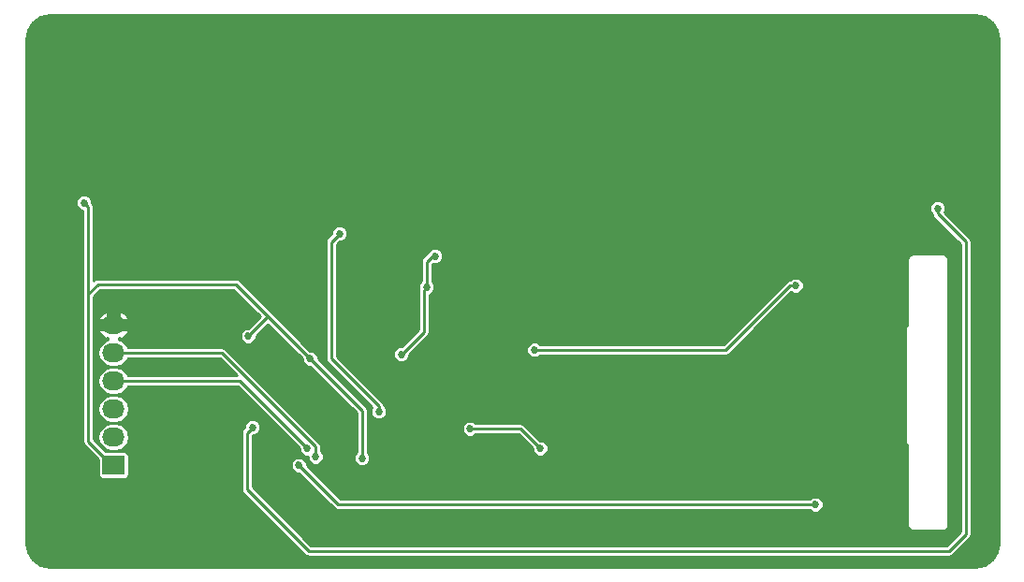
<source format=gbl>
G04 #@! TF.FileFunction,Copper,L2,Bot,Signal*
%FSLAX46Y46*%
G04 Gerber Fmt 4.6, Leading zero omitted, Abs format (unit mm)*
G04 Created by KiCad (PCBNEW 4.0.2+e4-6225~38~ubuntu15.10.1-stable) date Fri 13 May 2016 04:34:39 PM MDT*
%MOMM*%
G01*
G04 APERTURE LIST*
%ADD10C,0.100000*%
%ADD11R,2.032000X1.727200*%
%ADD12O,2.032000X1.727200*%
%ADD13C,0.685800*%
%ADD14C,0.254000*%
G04 APERTURE END LIST*
D10*
D11*
X31877000Y-70993000D03*
D12*
X31877000Y-68453000D03*
X31877000Y-65913000D03*
X31877000Y-63373000D03*
X31877000Y-60833000D03*
X31877000Y-58293000D03*
D13*
X29210000Y-47244000D03*
X54356000Y-70358000D03*
X44069000Y-59309000D03*
X49657000Y-61341000D03*
X102362000Y-49784000D03*
X34290000Y-73914000D03*
X70358000Y-66802000D03*
X52324000Y-50038000D03*
X55880000Y-66150310D03*
X93599000Y-54737000D03*
X69957000Y-60559000D03*
X49403000Y-69469000D03*
X50165000Y-70231012D03*
X48641000Y-70993000D03*
X95377000Y-74549000D03*
X64135000Y-67691000D03*
X70485000Y-69469000D03*
X44450000Y-67564000D03*
X106426000Y-47752000D03*
X60960000Y-52070000D03*
X60198000Y-54864000D03*
X57912000Y-60960000D03*
D14*
X29591000Y-48033076D02*
X29591000Y-47625000D01*
X29591000Y-47625000D02*
X29210000Y-47244000D01*
X45847000Y-57531000D02*
X42926000Y-54610000D01*
X42926000Y-54610000D02*
X30480000Y-54610000D01*
X30480000Y-54610000D02*
X29591000Y-55499000D01*
X29591000Y-55499000D02*
X29591000Y-57658000D01*
X29591000Y-57658000D02*
X29591000Y-68859400D01*
X29591000Y-48033076D02*
X29591000Y-57658000D01*
X54356000Y-70358000D02*
X54356000Y-66040000D01*
X54356000Y-66040000D02*
X49657000Y-61341000D01*
X49657000Y-61341000D02*
X45847000Y-57531000D01*
X44069000Y-59309000D02*
X45847000Y-57531000D01*
X29591000Y-68859400D02*
X31724600Y-70993000D01*
X31724600Y-70993000D02*
X31877000Y-70993000D01*
X51562000Y-61347377D02*
X51562000Y-50800000D01*
X51562000Y-50800000D02*
X52324000Y-50038000D01*
X55880000Y-66150310D02*
X55880000Y-65665377D01*
X55880000Y-65665377D02*
X51562000Y-61347377D01*
X93091000Y-54737000D02*
X93599000Y-54737000D01*
X87269000Y-60559000D02*
X93091000Y-54737000D01*
X69957000Y-60559000D02*
X87269000Y-60559000D01*
X31877000Y-63373000D02*
X43307000Y-63373000D01*
X43307000Y-63373000D02*
X49403000Y-69469000D01*
X50165000Y-69298736D02*
X50165000Y-70231012D01*
X41699264Y-60833000D02*
X50165000Y-69298736D01*
X31877000Y-60833000D02*
X41699264Y-60833000D01*
X52197000Y-74549000D02*
X48641000Y-70993000D01*
X95377000Y-74549000D02*
X52197000Y-74549000D01*
X68707000Y-67691000D02*
X64135000Y-67691000D01*
X70485000Y-69469000D02*
X68707000Y-67691000D01*
X106426000Y-47752000D02*
X106426000Y-48236933D01*
X108966000Y-50776933D02*
X108966000Y-77216000D01*
X106426000Y-48236933D02*
X108966000Y-50776933D01*
X108966000Y-77216000D02*
X107442000Y-78740000D01*
X107442000Y-78740000D02*
X49530000Y-78740000D01*
X49530000Y-78740000D02*
X43942000Y-73152000D01*
X43942000Y-73152000D02*
X43942000Y-68072000D01*
X43942000Y-68072000D02*
X44450000Y-67564000D01*
X60198000Y-52578000D02*
X60706000Y-52070000D01*
X60706000Y-52070000D02*
X60960000Y-52070000D01*
X60198000Y-54864000D02*
X60198000Y-52578000D01*
X59944000Y-58928000D02*
X59944000Y-55118000D01*
X59944000Y-55118000D02*
X60198000Y-54864000D01*
X57912000Y-60960000D02*
X59944000Y-58928000D01*
G36*
X110649094Y-30467888D02*
X111322293Y-30917707D01*
X111772112Y-31590906D01*
X111939000Y-32429911D01*
X111939000Y-78060089D01*
X111772112Y-78899094D01*
X111322293Y-79572293D01*
X110649094Y-80022112D01*
X109810089Y-80189000D01*
X26079911Y-80189000D01*
X25240906Y-80022112D01*
X24567707Y-79572293D01*
X24117888Y-78899094D01*
X23951000Y-78060089D01*
X23951000Y-47387361D01*
X28485975Y-47387361D01*
X28595950Y-47653521D01*
X28799408Y-47857335D01*
X29065376Y-47967774D01*
X29083000Y-47967789D01*
X29083000Y-68859400D01*
X29121669Y-69053803D01*
X29231790Y-69218610D01*
X30472536Y-70459356D01*
X30472536Y-71856600D01*
X30499103Y-71997790D01*
X30582546Y-72127465D01*
X30709866Y-72214459D01*
X30861000Y-72245064D01*
X32893000Y-72245064D01*
X33034190Y-72218497D01*
X33163865Y-72135054D01*
X33250859Y-72007734D01*
X33281464Y-71856600D01*
X33281464Y-70129400D01*
X33254897Y-69988210D01*
X33171454Y-69858535D01*
X33044134Y-69771541D01*
X32893000Y-69740936D01*
X31190956Y-69740936D01*
X30099000Y-68648980D01*
X30099000Y-68453000D01*
X30452631Y-68453000D01*
X30547371Y-68929288D01*
X30817166Y-69333065D01*
X31220943Y-69602860D01*
X31697231Y-69697600D01*
X32056769Y-69697600D01*
X32533057Y-69602860D01*
X32936834Y-69333065D01*
X33206629Y-68929288D01*
X33301369Y-68453000D01*
X33225584Y-68072000D01*
X43434000Y-68072000D01*
X43434000Y-73152000D01*
X43472669Y-73346403D01*
X43582790Y-73511210D01*
X49170789Y-79099210D01*
X49335596Y-79209331D01*
X49367850Y-79215746D01*
X49530000Y-79248000D01*
X107442000Y-79248000D01*
X107636403Y-79209331D01*
X107801210Y-79099210D01*
X109325210Y-77575211D01*
X109435330Y-77410404D01*
X109435331Y-77410403D01*
X109474000Y-77216000D01*
X109474000Y-50776933D01*
X109435331Y-50582530D01*
X109398790Y-50527843D01*
X109325210Y-50417722D01*
X107048355Y-48140868D01*
X107149774Y-47896624D01*
X107150025Y-47608639D01*
X107040050Y-47342479D01*
X106836592Y-47138665D01*
X106570624Y-47028226D01*
X106282639Y-47027975D01*
X106016479Y-47137950D01*
X105812665Y-47341408D01*
X105702226Y-47607376D01*
X105701975Y-47895361D01*
X105811950Y-48161521D01*
X105925657Y-48275427D01*
X105956669Y-48431336D01*
X106066790Y-48596143D01*
X108458000Y-50987354D01*
X108458000Y-77005579D01*
X107231580Y-78232000D01*
X49740421Y-78232000D01*
X44450000Y-72941580D01*
X44450000Y-71136361D01*
X47916975Y-71136361D01*
X48026950Y-71402521D01*
X48230408Y-71606335D01*
X48496376Y-71716774D01*
X48646485Y-71716905D01*
X51837789Y-74908210D01*
X52002596Y-75018331D01*
X52034850Y-75024746D01*
X52197000Y-75057000D01*
X94861257Y-75057000D01*
X94966408Y-75162335D01*
X95232376Y-75272774D01*
X95520361Y-75273025D01*
X95786521Y-75163050D01*
X95990335Y-74959592D01*
X96100774Y-74693624D01*
X96101025Y-74405639D01*
X95991050Y-74139479D01*
X95787592Y-73935665D01*
X95521624Y-73825226D01*
X95233639Y-73824975D01*
X94967479Y-73934950D01*
X94861243Y-74041000D01*
X52407421Y-74041000D01*
X49364895Y-70998475D01*
X49365025Y-70849639D01*
X49255050Y-70583479D01*
X49051592Y-70379665D01*
X48785624Y-70269226D01*
X48497639Y-70268975D01*
X48231479Y-70378950D01*
X48027665Y-70582408D01*
X47917226Y-70848376D01*
X47916975Y-71136361D01*
X44450000Y-71136361D01*
X44450000Y-68287900D01*
X44593361Y-68288025D01*
X44859521Y-68178050D01*
X45063335Y-67974592D01*
X45173774Y-67708624D01*
X45174025Y-67420639D01*
X45064050Y-67154479D01*
X44860592Y-66950665D01*
X44594624Y-66840226D01*
X44306639Y-66839975D01*
X44040479Y-66949950D01*
X43836665Y-67153408D01*
X43726226Y-67419376D01*
X43726095Y-67569485D01*
X43582790Y-67712790D01*
X43472669Y-67877597D01*
X43434000Y-68072000D01*
X33225584Y-68072000D01*
X33206629Y-67976712D01*
X32936834Y-67572935D01*
X32533057Y-67303140D01*
X32056769Y-67208400D01*
X31697231Y-67208400D01*
X31220943Y-67303140D01*
X30817166Y-67572935D01*
X30547371Y-67976712D01*
X30452631Y-68453000D01*
X30099000Y-68453000D01*
X30099000Y-65913000D01*
X30452631Y-65913000D01*
X30547371Y-66389288D01*
X30817166Y-66793065D01*
X31220943Y-67062860D01*
X31697231Y-67157600D01*
X32056769Y-67157600D01*
X32533057Y-67062860D01*
X32936834Y-66793065D01*
X33206629Y-66389288D01*
X33301369Y-65913000D01*
X33206629Y-65436712D01*
X32936834Y-65032935D01*
X32533057Y-64763140D01*
X32056769Y-64668400D01*
X31697231Y-64668400D01*
X31220943Y-64763140D01*
X30817166Y-65032935D01*
X30547371Y-65436712D01*
X30452631Y-65913000D01*
X30099000Y-65913000D01*
X30099000Y-60833000D01*
X30452631Y-60833000D01*
X30547371Y-61309288D01*
X30817166Y-61713065D01*
X31220943Y-61982860D01*
X31697231Y-62077600D01*
X32056769Y-62077600D01*
X32533057Y-61982860D01*
X32936834Y-61713065D01*
X33185440Y-61341000D01*
X41488844Y-61341000D01*
X43012844Y-62865000D01*
X33185440Y-62865000D01*
X32936834Y-62492935D01*
X32533057Y-62223140D01*
X32056769Y-62128400D01*
X31697231Y-62128400D01*
X31220943Y-62223140D01*
X30817166Y-62492935D01*
X30547371Y-62896712D01*
X30452631Y-63373000D01*
X30547371Y-63849288D01*
X30817166Y-64253065D01*
X31220943Y-64522860D01*
X31697231Y-64617600D01*
X32056769Y-64617600D01*
X32533057Y-64522860D01*
X32936834Y-64253065D01*
X33185440Y-63881000D01*
X43096580Y-63881000D01*
X48679105Y-69463525D01*
X48678975Y-69612361D01*
X48788950Y-69878521D01*
X48992408Y-70082335D01*
X49258376Y-70192774D01*
X49441133Y-70192933D01*
X49440975Y-70374373D01*
X49550950Y-70640533D01*
X49754408Y-70844347D01*
X50020376Y-70954786D01*
X50308361Y-70955037D01*
X50574521Y-70845062D01*
X50778335Y-70641604D01*
X50888774Y-70375636D01*
X50889025Y-70087651D01*
X50779050Y-69821491D01*
X50673000Y-69715255D01*
X50673000Y-69298736D01*
X50634331Y-69104333D01*
X50524210Y-68939526D01*
X42058474Y-60473790D01*
X41893667Y-60363669D01*
X41699264Y-60325000D01*
X33185440Y-60325000D01*
X32936834Y-59952935D01*
X32533057Y-59683140D01*
X32385002Y-59653690D01*
X32385002Y-59470118D01*
X32584631Y-59525433D01*
X33013998Y-59219142D01*
X33247682Y-58923139D01*
X33196695Y-58724800D01*
X32385000Y-58724800D01*
X32385000Y-58821000D01*
X31369000Y-58821000D01*
X31369000Y-58724800D01*
X30557305Y-58724800D01*
X30506318Y-58923139D01*
X30740002Y-59219142D01*
X31169369Y-59525433D01*
X31368998Y-59470118D01*
X31368998Y-59653690D01*
X31220943Y-59683140D01*
X30817166Y-59952935D01*
X30547371Y-60356712D01*
X30452631Y-60833000D01*
X30099000Y-60833000D01*
X30099000Y-57662861D01*
X30506318Y-57662861D01*
X30557305Y-57861200D01*
X31369000Y-57861200D01*
X31369000Y-57115883D01*
X32385000Y-57115883D01*
X32385000Y-57861200D01*
X33196695Y-57861200D01*
X33247682Y-57662861D01*
X33013998Y-57366858D01*
X32584631Y-57060567D01*
X32385000Y-57115883D01*
X31369000Y-57115883D01*
X31169369Y-57060567D01*
X30740002Y-57366858D01*
X30506318Y-57662861D01*
X30099000Y-57662861D01*
X30099000Y-55709420D01*
X30690420Y-55118000D01*
X42715580Y-55118000D01*
X45128580Y-57531000D01*
X44074475Y-58585105D01*
X43925639Y-58584975D01*
X43659479Y-58694950D01*
X43455665Y-58898408D01*
X43345226Y-59164376D01*
X43344975Y-59452361D01*
X43454950Y-59718521D01*
X43658408Y-59922335D01*
X43924376Y-60032774D01*
X44212361Y-60033025D01*
X44478521Y-59923050D01*
X44682335Y-59719592D01*
X44792774Y-59453624D01*
X44792905Y-59303515D01*
X45847000Y-58249420D01*
X48933105Y-61335525D01*
X48932975Y-61484361D01*
X49042950Y-61750521D01*
X49246408Y-61954335D01*
X49512376Y-62064774D01*
X49662485Y-62064905D01*
X53848000Y-66250421D01*
X53848000Y-69842257D01*
X53742665Y-69947408D01*
X53632226Y-70213376D01*
X53631975Y-70501361D01*
X53741950Y-70767521D01*
X53945408Y-70971335D01*
X54211376Y-71081774D01*
X54499361Y-71082025D01*
X54765521Y-70972050D01*
X54969335Y-70768592D01*
X55079774Y-70502624D01*
X55080025Y-70214639D01*
X54970050Y-69948479D01*
X54864000Y-69842243D01*
X54864000Y-67834361D01*
X63410975Y-67834361D01*
X63520950Y-68100521D01*
X63724408Y-68304335D01*
X63990376Y-68414774D01*
X64278361Y-68415025D01*
X64544521Y-68305050D01*
X64650757Y-68199000D01*
X68496580Y-68199000D01*
X69761105Y-69463525D01*
X69760975Y-69612361D01*
X69870950Y-69878521D01*
X70074408Y-70082335D01*
X70340376Y-70192774D01*
X70628361Y-70193025D01*
X70894521Y-70083050D01*
X71098335Y-69879592D01*
X71208774Y-69613624D01*
X71209025Y-69325639D01*
X71099050Y-69059479D01*
X70895592Y-68855665D01*
X70629624Y-68745226D01*
X70479515Y-68745095D01*
X69066210Y-67331790D01*
X68901403Y-67221669D01*
X68707000Y-67183000D01*
X64650743Y-67183000D01*
X64545592Y-67077665D01*
X64279624Y-66967226D01*
X63991639Y-66966975D01*
X63725479Y-67076950D01*
X63521665Y-67280408D01*
X63411226Y-67546376D01*
X63410975Y-67834361D01*
X54864000Y-67834361D01*
X54864000Y-66040000D01*
X54825331Y-65845597D01*
X54715211Y-65680790D01*
X50380895Y-61346475D01*
X50381025Y-61197639D01*
X50271050Y-60931479D01*
X50067592Y-60727665D01*
X49801624Y-60617226D01*
X49651515Y-60617095D01*
X43285210Y-54250790D01*
X43120403Y-54140669D01*
X42926000Y-54102000D01*
X30480000Y-54102000D01*
X30285597Y-54140669D01*
X30120790Y-54250790D01*
X30099000Y-54272580D01*
X30099000Y-50800000D01*
X51054000Y-50800000D01*
X51054000Y-61347377D01*
X51092669Y-61541780D01*
X51202790Y-61706587D01*
X55257645Y-65761442D01*
X55156226Y-66005686D01*
X55155975Y-66293671D01*
X55265950Y-66559831D01*
X55469408Y-66763645D01*
X55735376Y-66874084D01*
X56023361Y-66874335D01*
X56289521Y-66764360D01*
X56493335Y-66560902D01*
X56603774Y-66294934D01*
X56604025Y-66006949D01*
X56494050Y-65740789D01*
X56380343Y-65626883D01*
X56349331Y-65470973D01*
X56239210Y-65306167D01*
X52070000Y-61136957D01*
X52070000Y-61103361D01*
X57187975Y-61103361D01*
X57297950Y-61369521D01*
X57501408Y-61573335D01*
X57767376Y-61683774D01*
X58055361Y-61684025D01*
X58321521Y-61574050D01*
X58525335Y-61370592D01*
X58635774Y-61104624D01*
X58635905Y-60954515D01*
X58888059Y-60702361D01*
X69232975Y-60702361D01*
X69342950Y-60968521D01*
X69546408Y-61172335D01*
X69812376Y-61282774D01*
X70100361Y-61283025D01*
X70366521Y-61173050D01*
X70472757Y-61067000D01*
X87269000Y-61067000D01*
X87463403Y-61028331D01*
X87628210Y-60918210D01*
X90144849Y-58401571D01*
X103529000Y-58401571D01*
X103529000Y-69106429D01*
X103684000Y-69106429D01*
X103684000Y-76454000D01*
X103718711Y-76628504D01*
X103817559Y-76776441D01*
X103965496Y-76875289D01*
X104140000Y-76910000D01*
X106934000Y-76910000D01*
X107108504Y-76875289D01*
X107256441Y-76776441D01*
X107355289Y-76628504D01*
X107390000Y-76454000D01*
X107390000Y-52324000D01*
X107355289Y-52149496D01*
X107256441Y-52001559D01*
X107108504Y-51902711D01*
X106934000Y-51868000D01*
X104140000Y-51868000D01*
X103965496Y-51902711D01*
X103817559Y-52001559D01*
X103718711Y-52149496D01*
X103684000Y-52324000D01*
X103684000Y-58401571D01*
X103529000Y-58401571D01*
X90144849Y-58401571D01*
X93193833Y-55352587D01*
X93454376Y-55460774D01*
X93742361Y-55461025D01*
X94008521Y-55351050D01*
X94212335Y-55147592D01*
X94322774Y-54881624D01*
X94323025Y-54593639D01*
X94213050Y-54327479D01*
X94009592Y-54123665D01*
X93743624Y-54013226D01*
X93455639Y-54012975D01*
X93189479Y-54122950D01*
X93081313Y-54230927D01*
X92928850Y-54261254D01*
X92896596Y-54267669D01*
X92731790Y-54377790D01*
X87058580Y-60051000D01*
X70472743Y-60051000D01*
X70367592Y-59945665D01*
X70101624Y-59835226D01*
X69813639Y-59834975D01*
X69547479Y-59944950D01*
X69343665Y-60148408D01*
X69233226Y-60414376D01*
X69232975Y-60702361D01*
X58888059Y-60702361D01*
X60303210Y-59287210D01*
X60413331Y-59122403D01*
X60452000Y-58928000D01*
X60452000Y-55542310D01*
X60607521Y-55478050D01*
X60811335Y-55274592D01*
X60921774Y-55008624D01*
X60922025Y-54720639D01*
X60812050Y-54454479D01*
X60706000Y-54348243D01*
X60706000Y-52788420D01*
X60734308Y-52760112D01*
X60815376Y-52793774D01*
X61103361Y-52794025D01*
X61369521Y-52684050D01*
X61573335Y-52480592D01*
X61683774Y-52214624D01*
X61684025Y-51926639D01*
X61574050Y-51660479D01*
X61370592Y-51456665D01*
X61104624Y-51346226D01*
X60816639Y-51345975D01*
X60550479Y-51455950D01*
X60346665Y-51659408D01*
X60310091Y-51747488D01*
X59838790Y-52218790D01*
X59728669Y-52383597D01*
X59690000Y-52578000D01*
X59690000Y-54348257D01*
X59584665Y-54453408D01*
X59474226Y-54719376D01*
X59474045Y-54926733D01*
X59436000Y-55118000D01*
X59436000Y-58717580D01*
X57917475Y-60236105D01*
X57768639Y-60235975D01*
X57502479Y-60345950D01*
X57298665Y-60549408D01*
X57188226Y-60815376D01*
X57187975Y-61103361D01*
X52070000Y-61103361D01*
X52070000Y-51010420D01*
X52318525Y-50761895D01*
X52467361Y-50762025D01*
X52733521Y-50652050D01*
X52937335Y-50448592D01*
X53047774Y-50182624D01*
X53048025Y-49894639D01*
X52938050Y-49628479D01*
X52734592Y-49424665D01*
X52468624Y-49314226D01*
X52180639Y-49313975D01*
X51914479Y-49423950D01*
X51710665Y-49627408D01*
X51600226Y-49893376D01*
X51600095Y-50043485D01*
X51202790Y-50440790D01*
X51092669Y-50605597D01*
X51054000Y-50800000D01*
X30099000Y-50800000D01*
X30099000Y-47625000D01*
X30060331Y-47430597D01*
X30060331Y-47430596D01*
X29950210Y-47265789D01*
X29933895Y-47249474D01*
X29934025Y-47100639D01*
X29824050Y-46834479D01*
X29620592Y-46630665D01*
X29354624Y-46520226D01*
X29066639Y-46519975D01*
X28800479Y-46629950D01*
X28596665Y-46833408D01*
X28486226Y-47099376D01*
X28485975Y-47387361D01*
X23951000Y-47387361D01*
X23951000Y-32429911D01*
X24117888Y-31590906D01*
X24567707Y-30917707D01*
X25240906Y-30467888D01*
X26079911Y-30301000D01*
X109810089Y-30301000D01*
X110649094Y-30467888D01*
X110649094Y-30467888D01*
G37*
X110649094Y-30467888D02*
X111322293Y-30917707D01*
X111772112Y-31590906D01*
X111939000Y-32429911D01*
X111939000Y-78060089D01*
X111772112Y-78899094D01*
X111322293Y-79572293D01*
X110649094Y-80022112D01*
X109810089Y-80189000D01*
X26079911Y-80189000D01*
X25240906Y-80022112D01*
X24567707Y-79572293D01*
X24117888Y-78899094D01*
X23951000Y-78060089D01*
X23951000Y-47387361D01*
X28485975Y-47387361D01*
X28595950Y-47653521D01*
X28799408Y-47857335D01*
X29065376Y-47967774D01*
X29083000Y-47967789D01*
X29083000Y-68859400D01*
X29121669Y-69053803D01*
X29231790Y-69218610D01*
X30472536Y-70459356D01*
X30472536Y-71856600D01*
X30499103Y-71997790D01*
X30582546Y-72127465D01*
X30709866Y-72214459D01*
X30861000Y-72245064D01*
X32893000Y-72245064D01*
X33034190Y-72218497D01*
X33163865Y-72135054D01*
X33250859Y-72007734D01*
X33281464Y-71856600D01*
X33281464Y-70129400D01*
X33254897Y-69988210D01*
X33171454Y-69858535D01*
X33044134Y-69771541D01*
X32893000Y-69740936D01*
X31190956Y-69740936D01*
X30099000Y-68648980D01*
X30099000Y-68453000D01*
X30452631Y-68453000D01*
X30547371Y-68929288D01*
X30817166Y-69333065D01*
X31220943Y-69602860D01*
X31697231Y-69697600D01*
X32056769Y-69697600D01*
X32533057Y-69602860D01*
X32936834Y-69333065D01*
X33206629Y-68929288D01*
X33301369Y-68453000D01*
X33225584Y-68072000D01*
X43434000Y-68072000D01*
X43434000Y-73152000D01*
X43472669Y-73346403D01*
X43582790Y-73511210D01*
X49170789Y-79099210D01*
X49335596Y-79209331D01*
X49367850Y-79215746D01*
X49530000Y-79248000D01*
X107442000Y-79248000D01*
X107636403Y-79209331D01*
X107801210Y-79099210D01*
X109325210Y-77575211D01*
X109435330Y-77410404D01*
X109435331Y-77410403D01*
X109474000Y-77216000D01*
X109474000Y-50776933D01*
X109435331Y-50582530D01*
X109398790Y-50527843D01*
X109325210Y-50417722D01*
X107048355Y-48140868D01*
X107149774Y-47896624D01*
X107150025Y-47608639D01*
X107040050Y-47342479D01*
X106836592Y-47138665D01*
X106570624Y-47028226D01*
X106282639Y-47027975D01*
X106016479Y-47137950D01*
X105812665Y-47341408D01*
X105702226Y-47607376D01*
X105701975Y-47895361D01*
X105811950Y-48161521D01*
X105925657Y-48275427D01*
X105956669Y-48431336D01*
X106066790Y-48596143D01*
X108458000Y-50987354D01*
X108458000Y-77005579D01*
X107231580Y-78232000D01*
X49740421Y-78232000D01*
X44450000Y-72941580D01*
X44450000Y-71136361D01*
X47916975Y-71136361D01*
X48026950Y-71402521D01*
X48230408Y-71606335D01*
X48496376Y-71716774D01*
X48646485Y-71716905D01*
X51837789Y-74908210D01*
X52002596Y-75018331D01*
X52034850Y-75024746D01*
X52197000Y-75057000D01*
X94861257Y-75057000D01*
X94966408Y-75162335D01*
X95232376Y-75272774D01*
X95520361Y-75273025D01*
X95786521Y-75163050D01*
X95990335Y-74959592D01*
X96100774Y-74693624D01*
X96101025Y-74405639D01*
X95991050Y-74139479D01*
X95787592Y-73935665D01*
X95521624Y-73825226D01*
X95233639Y-73824975D01*
X94967479Y-73934950D01*
X94861243Y-74041000D01*
X52407421Y-74041000D01*
X49364895Y-70998475D01*
X49365025Y-70849639D01*
X49255050Y-70583479D01*
X49051592Y-70379665D01*
X48785624Y-70269226D01*
X48497639Y-70268975D01*
X48231479Y-70378950D01*
X48027665Y-70582408D01*
X47917226Y-70848376D01*
X47916975Y-71136361D01*
X44450000Y-71136361D01*
X44450000Y-68287900D01*
X44593361Y-68288025D01*
X44859521Y-68178050D01*
X45063335Y-67974592D01*
X45173774Y-67708624D01*
X45174025Y-67420639D01*
X45064050Y-67154479D01*
X44860592Y-66950665D01*
X44594624Y-66840226D01*
X44306639Y-66839975D01*
X44040479Y-66949950D01*
X43836665Y-67153408D01*
X43726226Y-67419376D01*
X43726095Y-67569485D01*
X43582790Y-67712790D01*
X43472669Y-67877597D01*
X43434000Y-68072000D01*
X33225584Y-68072000D01*
X33206629Y-67976712D01*
X32936834Y-67572935D01*
X32533057Y-67303140D01*
X32056769Y-67208400D01*
X31697231Y-67208400D01*
X31220943Y-67303140D01*
X30817166Y-67572935D01*
X30547371Y-67976712D01*
X30452631Y-68453000D01*
X30099000Y-68453000D01*
X30099000Y-65913000D01*
X30452631Y-65913000D01*
X30547371Y-66389288D01*
X30817166Y-66793065D01*
X31220943Y-67062860D01*
X31697231Y-67157600D01*
X32056769Y-67157600D01*
X32533057Y-67062860D01*
X32936834Y-66793065D01*
X33206629Y-66389288D01*
X33301369Y-65913000D01*
X33206629Y-65436712D01*
X32936834Y-65032935D01*
X32533057Y-64763140D01*
X32056769Y-64668400D01*
X31697231Y-64668400D01*
X31220943Y-64763140D01*
X30817166Y-65032935D01*
X30547371Y-65436712D01*
X30452631Y-65913000D01*
X30099000Y-65913000D01*
X30099000Y-60833000D01*
X30452631Y-60833000D01*
X30547371Y-61309288D01*
X30817166Y-61713065D01*
X31220943Y-61982860D01*
X31697231Y-62077600D01*
X32056769Y-62077600D01*
X32533057Y-61982860D01*
X32936834Y-61713065D01*
X33185440Y-61341000D01*
X41488844Y-61341000D01*
X43012844Y-62865000D01*
X33185440Y-62865000D01*
X32936834Y-62492935D01*
X32533057Y-62223140D01*
X32056769Y-62128400D01*
X31697231Y-62128400D01*
X31220943Y-62223140D01*
X30817166Y-62492935D01*
X30547371Y-62896712D01*
X30452631Y-63373000D01*
X30547371Y-63849288D01*
X30817166Y-64253065D01*
X31220943Y-64522860D01*
X31697231Y-64617600D01*
X32056769Y-64617600D01*
X32533057Y-64522860D01*
X32936834Y-64253065D01*
X33185440Y-63881000D01*
X43096580Y-63881000D01*
X48679105Y-69463525D01*
X48678975Y-69612361D01*
X48788950Y-69878521D01*
X48992408Y-70082335D01*
X49258376Y-70192774D01*
X49441133Y-70192933D01*
X49440975Y-70374373D01*
X49550950Y-70640533D01*
X49754408Y-70844347D01*
X50020376Y-70954786D01*
X50308361Y-70955037D01*
X50574521Y-70845062D01*
X50778335Y-70641604D01*
X50888774Y-70375636D01*
X50889025Y-70087651D01*
X50779050Y-69821491D01*
X50673000Y-69715255D01*
X50673000Y-69298736D01*
X50634331Y-69104333D01*
X50524210Y-68939526D01*
X42058474Y-60473790D01*
X41893667Y-60363669D01*
X41699264Y-60325000D01*
X33185440Y-60325000D01*
X32936834Y-59952935D01*
X32533057Y-59683140D01*
X32385002Y-59653690D01*
X32385002Y-59470118D01*
X32584631Y-59525433D01*
X33013998Y-59219142D01*
X33247682Y-58923139D01*
X33196695Y-58724800D01*
X32385000Y-58724800D01*
X32385000Y-58821000D01*
X31369000Y-58821000D01*
X31369000Y-58724800D01*
X30557305Y-58724800D01*
X30506318Y-58923139D01*
X30740002Y-59219142D01*
X31169369Y-59525433D01*
X31368998Y-59470118D01*
X31368998Y-59653690D01*
X31220943Y-59683140D01*
X30817166Y-59952935D01*
X30547371Y-60356712D01*
X30452631Y-60833000D01*
X30099000Y-60833000D01*
X30099000Y-57662861D01*
X30506318Y-57662861D01*
X30557305Y-57861200D01*
X31369000Y-57861200D01*
X31369000Y-57115883D01*
X32385000Y-57115883D01*
X32385000Y-57861200D01*
X33196695Y-57861200D01*
X33247682Y-57662861D01*
X33013998Y-57366858D01*
X32584631Y-57060567D01*
X32385000Y-57115883D01*
X31369000Y-57115883D01*
X31169369Y-57060567D01*
X30740002Y-57366858D01*
X30506318Y-57662861D01*
X30099000Y-57662861D01*
X30099000Y-55709420D01*
X30690420Y-55118000D01*
X42715580Y-55118000D01*
X45128580Y-57531000D01*
X44074475Y-58585105D01*
X43925639Y-58584975D01*
X43659479Y-58694950D01*
X43455665Y-58898408D01*
X43345226Y-59164376D01*
X43344975Y-59452361D01*
X43454950Y-59718521D01*
X43658408Y-59922335D01*
X43924376Y-60032774D01*
X44212361Y-60033025D01*
X44478521Y-59923050D01*
X44682335Y-59719592D01*
X44792774Y-59453624D01*
X44792905Y-59303515D01*
X45847000Y-58249420D01*
X48933105Y-61335525D01*
X48932975Y-61484361D01*
X49042950Y-61750521D01*
X49246408Y-61954335D01*
X49512376Y-62064774D01*
X49662485Y-62064905D01*
X53848000Y-66250421D01*
X53848000Y-69842257D01*
X53742665Y-69947408D01*
X53632226Y-70213376D01*
X53631975Y-70501361D01*
X53741950Y-70767521D01*
X53945408Y-70971335D01*
X54211376Y-71081774D01*
X54499361Y-71082025D01*
X54765521Y-70972050D01*
X54969335Y-70768592D01*
X55079774Y-70502624D01*
X55080025Y-70214639D01*
X54970050Y-69948479D01*
X54864000Y-69842243D01*
X54864000Y-67834361D01*
X63410975Y-67834361D01*
X63520950Y-68100521D01*
X63724408Y-68304335D01*
X63990376Y-68414774D01*
X64278361Y-68415025D01*
X64544521Y-68305050D01*
X64650757Y-68199000D01*
X68496580Y-68199000D01*
X69761105Y-69463525D01*
X69760975Y-69612361D01*
X69870950Y-69878521D01*
X70074408Y-70082335D01*
X70340376Y-70192774D01*
X70628361Y-70193025D01*
X70894521Y-70083050D01*
X71098335Y-69879592D01*
X71208774Y-69613624D01*
X71209025Y-69325639D01*
X71099050Y-69059479D01*
X70895592Y-68855665D01*
X70629624Y-68745226D01*
X70479515Y-68745095D01*
X69066210Y-67331790D01*
X68901403Y-67221669D01*
X68707000Y-67183000D01*
X64650743Y-67183000D01*
X64545592Y-67077665D01*
X64279624Y-66967226D01*
X63991639Y-66966975D01*
X63725479Y-67076950D01*
X63521665Y-67280408D01*
X63411226Y-67546376D01*
X63410975Y-67834361D01*
X54864000Y-67834361D01*
X54864000Y-66040000D01*
X54825331Y-65845597D01*
X54715211Y-65680790D01*
X50380895Y-61346475D01*
X50381025Y-61197639D01*
X50271050Y-60931479D01*
X50067592Y-60727665D01*
X49801624Y-60617226D01*
X49651515Y-60617095D01*
X43285210Y-54250790D01*
X43120403Y-54140669D01*
X42926000Y-54102000D01*
X30480000Y-54102000D01*
X30285597Y-54140669D01*
X30120790Y-54250790D01*
X30099000Y-54272580D01*
X30099000Y-50800000D01*
X51054000Y-50800000D01*
X51054000Y-61347377D01*
X51092669Y-61541780D01*
X51202790Y-61706587D01*
X55257645Y-65761442D01*
X55156226Y-66005686D01*
X55155975Y-66293671D01*
X55265950Y-66559831D01*
X55469408Y-66763645D01*
X55735376Y-66874084D01*
X56023361Y-66874335D01*
X56289521Y-66764360D01*
X56493335Y-66560902D01*
X56603774Y-66294934D01*
X56604025Y-66006949D01*
X56494050Y-65740789D01*
X56380343Y-65626883D01*
X56349331Y-65470973D01*
X56239210Y-65306167D01*
X52070000Y-61136957D01*
X52070000Y-61103361D01*
X57187975Y-61103361D01*
X57297950Y-61369521D01*
X57501408Y-61573335D01*
X57767376Y-61683774D01*
X58055361Y-61684025D01*
X58321521Y-61574050D01*
X58525335Y-61370592D01*
X58635774Y-61104624D01*
X58635905Y-60954515D01*
X58888059Y-60702361D01*
X69232975Y-60702361D01*
X69342950Y-60968521D01*
X69546408Y-61172335D01*
X69812376Y-61282774D01*
X70100361Y-61283025D01*
X70366521Y-61173050D01*
X70472757Y-61067000D01*
X87269000Y-61067000D01*
X87463403Y-61028331D01*
X87628210Y-60918210D01*
X90144849Y-58401571D01*
X103529000Y-58401571D01*
X103529000Y-69106429D01*
X103684000Y-69106429D01*
X103684000Y-76454000D01*
X103718711Y-76628504D01*
X103817559Y-76776441D01*
X103965496Y-76875289D01*
X104140000Y-76910000D01*
X106934000Y-76910000D01*
X107108504Y-76875289D01*
X107256441Y-76776441D01*
X107355289Y-76628504D01*
X107390000Y-76454000D01*
X107390000Y-52324000D01*
X107355289Y-52149496D01*
X107256441Y-52001559D01*
X107108504Y-51902711D01*
X106934000Y-51868000D01*
X104140000Y-51868000D01*
X103965496Y-51902711D01*
X103817559Y-52001559D01*
X103718711Y-52149496D01*
X103684000Y-52324000D01*
X103684000Y-58401571D01*
X103529000Y-58401571D01*
X90144849Y-58401571D01*
X93193833Y-55352587D01*
X93454376Y-55460774D01*
X93742361Y-55461025D01*
X94008521Y-55351050D01*
X94212335Y-55147592D01*
X94322774Y-54881624D01*
X94323025Y-54593639D01*
X94213050Y-54327479D01*
X94009592Y-54123665D01*
X93743624Y-54013226D01*
X93455639Y-54012975D01*
X93189479Y-54122950D01*
X93081313Y-54230927D01*
X92928850Y-54261254D01*
X92896596Y-54267669D01*
X92731790Y-54377790D01*
X87058580Y-60051000D01*
X70472743Y-60051000D01*
X70367592Y-59945665D01*
X70101624Y-59835226D01*
X69813639Y-59834975D01*
X69547479Y-59944950D01*
X69343665Y-60148408D01*
X69233226Y-60414376D01*
X69232975Y-60702361D01*
X58888059Y-60702361D01*
X60303210Y-59287210D01*
X60413331Y-59122403D01*
X60452000Y-58928000D01*
X60452000Y-55542310D01*
X60607521Y-55478050D01*
X60811335Y-55274592D01*
X60921774Y-55008624D01*
X60922025Y-54720639D01*
X60812050Y-54454479D01*
X60706000Y-54348243D01*
X60706000Y-52788420D01*
X60734308Y-52760112D01*
X60815376Y-52793774D01*
X61103361Y-52794025D01*
X61369521Y-52684050D01*
X61573335Y-52480592D01*
X61683774Y-52214624D01*
X61684025Y-51926639D01*
X61574050Y-51660479D01*
X61370592Y-51456665D01*
X61104624Y-51346226D01*
X60816639Y-51345975D01*
X60550479Y-51455950D01*
X60346665Y-51659408D01*
X60310091Y-51747488D01*
X59838790Y-52218790D01*
X59728669Y-52383597D01*
X59690000Y-52578000D01*
X59690000Y-54348257D01*
X59584665Y-54453408D01*
X59474226Y-54719376D01*
X59474045Y-54926733D01*
X59436000Y-55118000D01*
X59436000Y-58717580D01*
X57917475Y-60236105D01*
X57768639Y-60235975D01*
X57502479Y-60345950D01*
X57298665Y-60549408D01*
X57188226Y-60815376D01*
X57187975Y-61103361D01*
X52070000Y-61103361D01*
X52070000Y-51010420D01*
X52318525Y-50761895D01*
X52467361Y-50762025D01*
X52733521Y-50652050D01*
X52937335Y-50448592D01*
X53047774Y-50182624D01*
X53048025Y-49894639D01*
X52938050Y-49628479D01*
X52734592Y-49424665D01*
X52468624Y-49314226D01*
X52180639Y-49313975D01*
X51914479Y-49423950D01*
X51710665Y-49627408D01*
X51600226Y-49893376D01*
X51600095Y-50043485D01*
X51202790Y-50440790D01*
X51092669Y-50605597D01*
X51054000Y-50800000D01*
X30099000Y-50800000D01*
X30099000Y-47625000D01*
X30060331Y-47430597D01*
X30060331Y-47430596D01*
X29950210Y-47265789D01*
X29933895Y-47249474D01*
X29934025Y-47100639D01*
X29824050Y-46834479D01*
X29620592Y-46630665D01*
X29354624Y-46520226D01*
X29066639Y-46519975D01*
X28800479Y-46629950D01*
X28596665Y-46833408D01*
X28486226Y-47099376D01*
X28485975Y-47387361D01*
X23951000Y-47387361D01*
X23951000Y-32429911D01*
X24117888Y-31590906D01*
X24567707Y-30917707D01*
X25240906Y-30467888D01*
X26079911Y-30301000D01*
X109810089Y-30301000D01*
X110649094Y-30467888D01*
M02*

</source>
